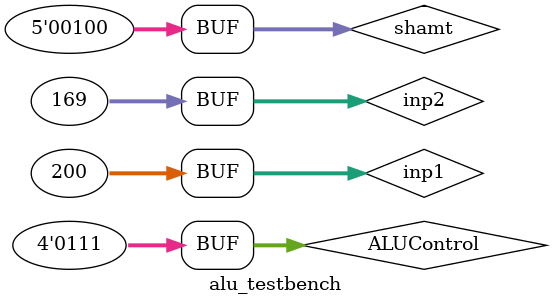
<source format=v>
`timescale 1ns / 1ps


module alu_testbench;

	// Inputs
	reg signed [31:0] inp1;
	reg signed [31:0] inp2;
	reg [4:0] shamt;
	reg [3:0] ALUControl;

	// Outputs
	wire signed [31:0] out;
	wire carry_out;
	wire isNeg;
	wire isZero;

	// Instantiate the Unit Under Test (UUT)
	ALU uut (
		.inp1(inp1), 
		.inp2(inp2), 
		.shamt(shamt), 
		.ALUControl(ALUControl), 
		.out(out), 
		.carry_out(carry_out), 
		.isNeg(isNeg), 
		.isZero(isZero)
	);

	initial begin
		// Initialize Inputs
		$monitor ("input1 = %d, input2 = %d, shamt = %d, out = %d, carry = %d, is_zero = %d, is_negative = %d, control = %b", inp1, inp2, shamt, out, carry_out, isZero, isNeg, ALUControl);
		
		inp1 = 0;
		inp2 = 0;
		shamt = 0;
		ALUControl = 0;

		// Wait 100 ns for global reset to finish
		#100;
        
		// Add stimulus here
		inp1 = 32'd200;
		inp2 = 32'd169;
		ALUControl = 4'b0000;
		// wait for 10ns
		#10;
		
		inp1 = 32'd200;
		inp2 = 32'd169;
		ALUControl = 4'b0001;
		// wait for 10ns
		#10;
		
		inp1 = 32'd200;
		inp2 = 32'd169;
		ALUControl = 4'b0010;
		// wait for 10ns
		#10;
		
		inp1 = 32'd200;
		inp2 = 32'd169;
		ALUControl = 4'b0011;
		// wait for 10ns
		#10;
		
		inp1 = -32'd111;
		inp2 = 32'd111;
		shamt = 5'd4;
		ALUControl = 4'b0100;
		// wait for 10ns
		#10;
		
		inp1 = 32'd200;
		inp2 = 32'd3;
		shamt = 5'd4;
		ALUControl = 4'b0101;
		// wait for 10ns
		#10;
		
		inp1 = 32'd0;
		inp2 = 32'd3;
		shamt = 5'd4;
		ALUControl = 4'b0110;
		// wait for 10ns
		#10;
		
		inp1 = 32'd200;
		inp2 = 32'd3;
		shamt = 5'd4;
		ALUControl = 4'b1100;
		// wait for 10ns
		#10;
		
		inp1 = 32'd200;
		inp2 = 32'd3;
		shamt = 5'd4;
		ALUControl = 4'b1101;
		// wait for 10ns
		#10;
		
		inp1 = 32'd200;
		inp2 = 32'd3;
		shamt = 5'd4;
		ALUControl = 4'b1110;
		// wait for 10ns
		#10;
		
		inp1 = 32'd200;
		inp2 = 32'd169;
		ALUControl = 4'b0111;
		// wait for 10ns
		#10;

	end
      
endmodule


</source>
